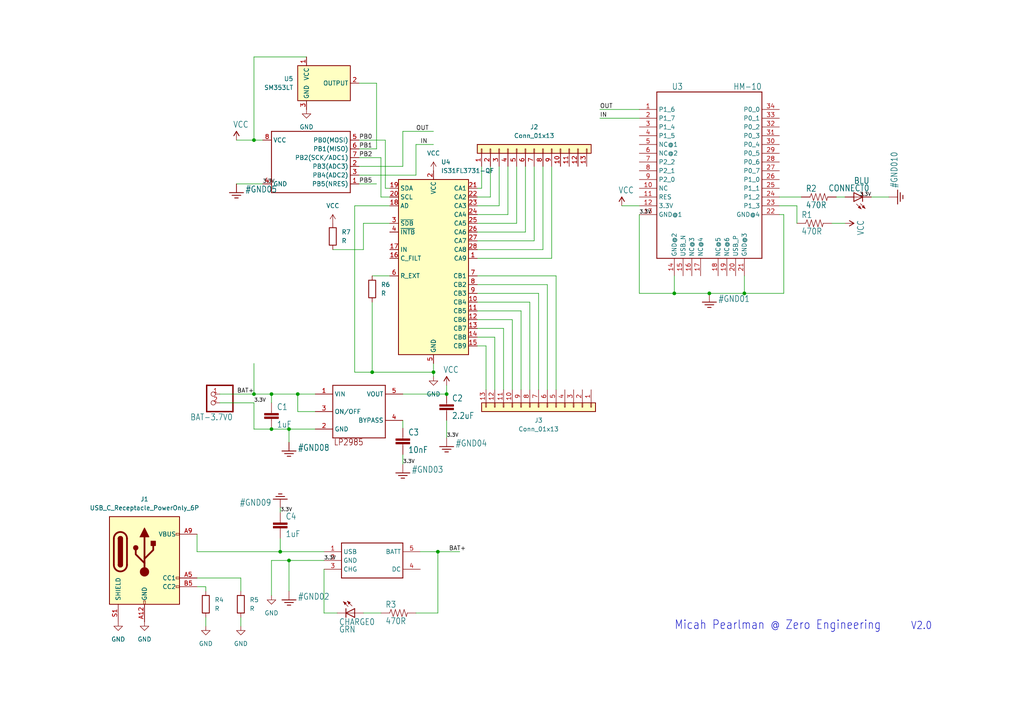
<source format=kicad_sch>
(kicad_sch (version 20230121) (generator eeschema)
  (paper "A4")
  (lib_symbols
    (symbol "Connector:USB_C_Receptacle_PowerOnly_6P" (pin_names (offset 1.016))
      (property "Reference" "J" (at 0 16.51 0))
      (property "Value" "USB_C_Receptacle_PowerOnly_6P" (at 0 13.97 0))
      (symbol "USB_C_Receptacle_PowerOnly_6P_0_0"
        (rectangle (start -0.254 -12.7) (end 0.254 -11.684))
        (rectangle (start 10.16 -7.366) (end 9.144 -7.874))
        (rectangle (start 10.16 -4.826) (end 9.144 -5.334))
        (rectangle (start 10.16 7.874) (end 9.144 7.366))
      )
      (symbol "USB_C_Receptacle_PowerOnly_6P_0_1"
        (rectangle (start -10.16 12.7) (end 10.16 -12.7) (stroke (width 0.254)) (fill (type background)))
        (arc (start -8.89 -1.27) (mid -6.985 -3.1667) (end -5.08 -1.27) (stroke (width 0.508)))
        (arc (start -7.62 -1.27) (mid -6.985 -1.9023) (end -6.35 -1.27) (stroke (width 0.254)))
        (arc (start -7.62 -1.27) (mid -6.985 -1.9023) (end -6.35 -1.27) (stroke (width 0.254)) (fill (type outline)))
        (rectangle (start -7.62 -1.27) (end -6.35 6.35) (stroke (width 0.254)) (fill (type outline)))
        (arc (start -6.35 6.35) (mid -6.985 6.9823) (end -7.62 6.35) (stroke (width 0.254)))
        (arc (start -6.35 6.35) (mid -6.985 6.9823) (end -7.62 6.35) (stroke (width 0.254)) (fill (type outline)))
        (arc (start -5.08 6.35) (mid -6.985 8.2467) (end -8.89 6.35) (stroke (width 0.508)))
        (circle (center -2.54 3.683) (radius 0.635) (stroke (width 0.254)) (fill (type outline)))
        (circle (center 0 -3.302) (radius 1.27) (fill (type outline)))
        (polyline (pts (xy -8.89 -1.27) (xy -8.89 6.35)) (stroke (width 0.508)))
        (polyline (pts (xy -5.08 6.35) (xy -5.08 -1.27)) (stroke (width 0.508)))
        (polyline (pts (xy 0 -3.302) (xy 0 6.858)) (stroke (width 0.508)))
        (polyline (pts (xy 0 -0.762) (xy -2.54 1.778) (xy -2.54 3.048)) (stroke (width 0.508)))
        (polyline (pts (xy 0 0.508) (xy 2.54 3.048) (xy 2.54 4.318)) (stroke (width 0.508)))
        (polyline (pts (xy -1.27 6.858) (xy 0 9.398) (xy 1.27 6.858) (xy -1.27 6.858)) (stroke (width 0.254)) (fill (type outline)))
        (rectangle (start 1.905 4.318) (end 3.175 5.588) (stroke (width 0.254)) (fill (type outline)))
      )
      (symbol "USB_C_Receptacle_PowerOnly_6P_1_1"
        (pin passive line (at 0 -17.78 90) (length 5.08) (name "GND") (number "A12"))
        (pin bidirectional line (at 15.24 -5.08 180) (length 5.08) (name "CC1") (number "A5"))
        (pin passive line (at 15.24 7.62 180) (length 5.08) (name "VBUS") (number "A9"))
        (pin passive line (at 0 -17.78 90) (length 5.08) hide (name "GND") (number "B12"))
        (pin bidirectional line (at 15.24 -7.62 180) (length 5.08) (name "CC2") (number "B5"))
        (pin passive line (at 15.24 7.62 180) (length 5.08) hide (name "VBUS") (number "B9"))
        (pin passive line (at -7.62 -17.78 90) (length 5.08) (name "SHIELD") (number "S1"))
      )
    )
    (symbol "Connector_Generic:Conn_01x13" (pin_names (offset 1.016) hide)
      (property "Reference" "J" (at 0 17.78 0))
      (property "Value" "Conn_01x13" (at 0 -17.78 0))
      (symbol "Conn_01x13_1_1"
        (rectangle (start -1.27 -15.113) (end 0 -15.367) (stroke (width 0.1524)))
        (rectangle (start -1.27 -12.573) (end 0 -12.827) (stroke (width 0.1524)))
        (rectangle (start -1.27 -10.033) (end 0 -10.287) (stroke (width 0.1524)))
        (rectangle (start -1.27 -7.493) (end 0 -7.747) (stroke (width 0.1524)))
        (rectangle (start -1.27 -4.953) (end 0 -5.207) (stroke (width 0.1524)))
        (rectangle (start -1.27 -2.413) (end 0 -2.667) (stroke (width 0.1524)))
        (rectangle (start -1.27 0.127) (end 0 -0.127) (stroke (width 0.1524)))
        (rectangle (start -1.27 2.667) (end 0 2.413) (stroke (width 0.1524)))
        (rectangle (start -1.27 5.207) (end 0 4.953) (stroke (width 0.1524)))
        (rectangle (start -1.27 7.747) (end 0 7.493) (stroke (width 0.1524)))
        (rectangle (start -1.27 10.287) (end 0 10.033) (stroke (width 0.1524)))
        (rectangle (start -1.27 12.827) (end 0 12.573) (stroke (width 0.1524)))
        (rectangle (start -1.27 15.367) (end 0 15.113) (stroke (width 0.1524)))
        (rectangle (start -1.27 16.51) (end 1.27 -16.51) (stroke (width 0.254)) (fill (type background)))
        (pin passive line (at -5.08 15.24 0) (length 3.81) (name "Pin_1") (number "1"))
        (pin passive line (at -5.08 -7.62 0) (length 3.81) (name "Pin_10") (number "10"))
        (pin passive line (at -5.08 -10.16 0) (length 3.81) (name "Pin_11") (number "11"))
        (pin passive line (at -5.08 -12.7 0) (length 3.81) (name "Pin_12") (number "12"))
        (pin passive line (at -5.08 -15.24 0) (length 3.81) (name "Pin_13") (number "13"))
        (pin passive line (at -5.08 12.7 0) (length 3.81) (name "Pin_2") (number "2"))
        (pin passive line (at -5.08 10.16 0) (length 3.81) (name "Pin_3") (number "3"))
        (pin passive line (at -5.08 7.62 0) (length 3.81) (name "Pin_4") (number "4"))
        (pin passive line (at -5.08 5.08 0) (length 3.81) (name "Pin_5") (number "5"))
        (pin passive line (at -5.08 2.54 0) (length 3.81) (name "Pin_6") (number "6"))
        (pin passive line (at -5.08 0 0) (length 3.81) (name "Pin_7") (number "7"))
        (pin passive line (at -5.08 -2.54 0) (length 3.81) (name "Pin_8") (number "8"))
        (pin passive line (at -5.08 -5.08 0) (length 3.81) (name "Pin_9") (number "9"))
      )
    )
    (symbol "Device:R" (pin_numbers hide) (pin_names (offset 0))
      (property "Reference" "R" (at 2.032 0 90))
      (property "Value" "R" (at 0 0 90))
      (symbol "R_0_1"
        (rectangle (start -1.016 -2.54) (end 1.016 2.54) (stroke (width 0.254)))
      )
      (symbol "R_1_1"
        (pin passive line (at 0 3.81 270) (length 1.27) (name "~") (number "1"))
        (pin passive line (at 0 -3.81 90) (length 1.27) (name "~") (number "2"))
      )
    )
    (symbol "Driver_LED:IS31FL3731-QF"
      (property "Reference" "U" (at -10.16 26.035 0))
      (property "Value" "IS31FL3731-QF" (at 2.54 -26.035 0))
      (symbol "IS31FL3731-QF_0_1"
        (rectangle (start -10.16 25.4) (end 10.16 -25.4) (stroke (width 0.254)) (fill (type background)))
      )
      (symbol "IS31FL3731-QF_1_1"
        (pin bidirectional line (at 12.7 2.54 180) (length 2.54) (name "CA9") (number "1"))
        (pin bidirectional line (at 12.7 -10.16 180) (length 2.54) (name "CB4") (number "10"))
        (pin bidirectional line (at 12.7 -12.7 180) (length 2.54) (name "CB5") (number "11"))
        (pin bidirectional line (at 12.7 -15.24 180) (length 2.54) (name "CB6") (number "12"))
        (pin bidirectional line (at 12.7 -17.78 180) (length 2.54) (name "CB7") (number "13"))
        (pin bidirectional line (at 12.7 -20.32 180) (length 2.54) (name "CB8") (number "14"))
        (pin bidirectional line (at 12.7 -22.86 180) (length 2.54) (name "CB9") (number "15"))
        (pin passive line (at -12.7 2.54 0) (length 2.54) (name "C_FILT") (number "16"))
        (pin input line (at -12.7 5.08 0) (length 2.54) (name "IN") (number "17"))
        (pin input line (at -12.7 17.78 0) (length 2.54) (name "AD") (number "18"))
        (pin bidirectional line (at -12.7 22.86 0) (length 2.54) (name "SDA") (number "19"))
        (pin power_in line (at 0 27.94 270) (length 2.54) (name "VCC") (number "2"))
        (pin input line (at -12.7 20.32 0) (length 2.54) (name "SCL") (number "20"))
        (pin bidirectional line (at 12.7 22.86 180) (length 2.54) (name "CA1") (number "21"))
        (pin bidirectional line (at 12.7 20.32 180) (length 2.54) (name "CA2") (number "22"))
        (pin bidirectional line (at 12.7 17.78 180) (length 2.54) (name "CA3") (number "23"))
        (pin bidirectional line (at 12.7 15.24 180) (length 2.54) (name "CA4") (number "24"))
        (pin bidirectional line (at 12.7 12.7 180) (length 2.54) (name "CA5") (number "25"))
        (pin bidirectional line (at 12.7 10.16 180) (length 2.54) (name "CA6") (number "26"))
        (pin bidirectional line (at 12.7 7.62 180) (length 2.54) (name "CA7") (number "27"))
        (pin bidirectional line (at 12.7 5.08 180) (length 2.54) (name "CA8") (number "28"))
        (pin passive line (at 0 -27.94 90) (length 2.54) hide (name "GND") (number "29"))
        (pin input line (at -12.7 12.7 0) (length 2.54) (name "~{SDB}") (number "3"))
        (pin open_collector line (at -12.7 10.16 0) (length 2.54) (name "~{INTB}") (number "4"))
        (pin power_in line (at 0 -27.94 90) (length 2.54) (name "GND") (number "5"))
        (pin passive line (at -12.7 -2.54 0) (length 2.54) (name "R_EXT") (number "6"))
        (pin bidirectional line (at 12.7 -2.54 180) (length 2.54) (name "CB1") (number "7"))
        (pin bidirectional line (at 12.7 -5.08 180) (length 2.54) (name "CB2") (number "8"))
        (pin bidirectional line (at 12.7 -7.62 180) (length 2.54) (name "CB3") (number "9"))
      )
    )
    (symbol "Sensor_Magnetic:SM353LT"
      (property "Reference" "U" (at 5.08 8.89 0))
      (property "Value" "SM353LT" (at 2.54 6.35 0))
      (symbol "SM353LT_0_1"
        (rectangle (start 7.62 5.08) (end -7.62 -5.08) (stroke (width 0.254)) (fill (type background)))
      )
      (symbol "SM353LT_1_1"
        (pin power_in line (at -5.08 7.62 270) (length 2.54) (name "VCC") (number "1"))
        (pin output line (at 10.16 0 180) (length 2.54) (name "OUTPUT") (number "2"))
        (pin power_in line (at -5.08 -7.62 90) (length 2.54) (name "GND") (number "3"))
      )
    )
    (symbol "power:GND" (power) (pin_names (offset 0))
      (property "Value" "GND" (at 0 -3.81 0))
      (symbol "GND_0_1"
        (polyline (pts (xy 0 0) (xy 0 -1.27) (xy 1.27 -1.27) (xy 0 -2.54) (xy -1.27 -1.27) (xy 0 -1.27)))
      )
      (symbol "GND_1_1"
        (pin power_in line (at 0 0 270) (length 0) hide (name "GND") (number "1"))
      )
    )
    (symbol "power:VCC" (power) (pin_names (offset 0))
      (property "Value" "VCC" (at 0 3.81 0))
      (symbol "VCC_0_1"
        (polyline (pts (xy -0.762 1.27) (xy 0 2.54)))
        (polyline (pts (xy 0 0) (xy 0 2.54)))
        (polyline (pts (xy 0 2.54) (xy 0.762 1.27)))
      )
      (symbol "VCC_1_1"
        (pin power_in line (at 0 0 90) (length 0) hide (name "VCC") (number "1"))
      )
    )
    (symbol "zero-tiny-ble-eagle-import:0.3OHM-1/8W-1%(0805)"
      (property "Reference" "R" (at -3.81 1.4986 0))
      (symbol "0.3OHM-1/8W-1%(0805)_1_0"
        (polyline (pts (xy -2.54 0) (xy -2.159 1.016)) (stroke (width 0.1524)))
        (polyline (pts (xy -2.159 1.016) (xy -1.524 -1.016)) (stroke (width 0.1524)))
        (polyline (pts (xy -1.524 -1.016) (xy -0.889 1.016)) (stroke (width 0.1524)))
        (polyline (pts (xy -0.889 1.016) (xy -0.254 -1.016)) (stroke (width 0.1524)))
        (polyline (pts (xy -0.254 -1.016) (xy 0.381 1.016)) (stroke (width 0.1524)))
        (polyline (pts (xy 0.381 1.016) (xy 1.016 -1.016)) (stroke (width 0.1524)))
        (polyline (pts (xy 1.016 -1.016) (xy 1.651 1.016)) (stroke (width 0.1524)))
        (polyline (pts (xy 1.651 1.016) (xy 2.286 -1.016)) (stroke (width 0.1524)))
        (polyline (pts (xy 2.286 -1.016) (xy 2.54 0)) (stroke (width 0.1524)))
        (pin passive line (at -5.08 0 0) (length 2.54) (name "1") (number "1"))
        (pin passive line (at 5.08 0 180) (length 2.54) (name "2") (number "2"))
      )
    )
    (symbol "zero-tiny-ble-eagle-import:1UF-25V-10%(0805)"
      (property "Reference" "C" (at 1.524 2.921 0))
      (symbol "1UF-25V-10%(0805)_1_0"
        (rectangle (start -2.032 0.508) (end 2.032 1.016) (fill (type outline)))
        (rectangle (start -2.032 1.524) (end 2.032 2.032) (fill (type outline)))
        (polyline (pts (xy 0 0) (xy 0 0.508)) (stroke (width 0.1524)))
        (polyline (pts (xy 0 2.54) (xy 0 2.032)) (stroke (width 0.1524)))
        (pin passive line (at 0 5.08 270) (length 2.54) (name "1") (number "1"))
        (pin passive line (at 0 -2.54 90) (length 2.54) (name "2") (number "2"))
      )
    )
    (symbol "zero-tiny-ble-eagle-import:2.2UF-25V-+80/-20(0805)"
      (property "Reference" "C" (at 1.524 2.921 0))
      (symbol "2.2UF-25V-+80/-20(0805)_1_0"
        (rectangle (start -2.032 0.508) (end 2.032 1.016) (fill (type outline)))
        (rectangle (start -2.032 1.524) (end 2.032 2.032) (fill (type outline)))
        (polyline (pts (xy 0 0) (xy 0 0.508)) (stroke (width 0.1524)))
        (polyline (pts (xy 0 2.54) (xy 0 2.032)) (stroke (width 0.1524)))
        (pin passive line (at 0 5.08 270) (length 2.54) (name "1") (number "1"))
        (pin passive line (at 0 -2.54 90) (length 2.54) (name "2") (number "2"))
      )
    )
    (symbol "zero-tiny-ble-eagle-import:ATTINY45TINY85-20-DIP"
      (symbol "ATTINY45TINY85-20-DIP_1_0"
        (polyline (pts (xy -12.7 -7.62) (xy -12.7 10.16)) (stroke (width 0.254)))
        (polyline (pts (xy -12.7 10.16) (xy 10.16 10.16)) (stroke (width 0.254)))
        (polyline (pts (xy 10.16 -7.62) (xy -12.7 -7.62)) (stroke (width 0.254)))
        (polyline (pts (xy 10.16 10.16) (xy 10.16 -7.62)) (stroke (width 0.254)))
        (pin bidirectional line (at 12.7 -5.08 180) (length 2.54) (name "PB5(NRES)") (number "1"))
        (pin bidirectional line (at 12.7 0 180) (length 2.54) (name "PB3(ADC3)") (number "2"))
        (pin bidirectional line (at 12.7 -2.54 180) (length 2.54) (name "PB4(ADC2)") (number "3"))
        (pin bidirectional line (at -15.24 -5.08 0) (length 2.54) (name "GND") (number "4"))
        (pin bidirectional line (at 12.7 7.62 180) (length 2.54) (name "PB0(MOSI)") (number "5"))
        (pin bidirectional line (at 12.7 5.08 180) (length 2.54) (name "PB1(MISO)") (number "6"))
        (pin bidirectional line (at 12.7 2.54 180) (length 2.54) (name "PB2(SCK/ADC1)") (number "7"))
        (pin bidirectional line (at -15.24 7.62 0) (length 2.54) (name "VCC") (number "8"))
      )
    )
    (symbol "zero-tiny-ble-eagle-import:CAP0805"
      (property "Reference" "C" (at 1.524 2.921 0))
      (symbol "CAP0805_1_0"
        (rectangle (start -2.032 0.508) (end 2.032 1.016) (fill (type outline)))
        (rectangle (start -2.032 1.524) (end 2.032 2.032) (fill (type outline)))
        (polyline (pts (xy 0 0) (xy 0 0.508)) (stroke (width 0.1524)))
        (polyline (pts (xy 0 2.54) (xy 0 2.032)) (stroke (width 0.1524)))
        (pin passive line (at 0 5.08 270) (length 2.54) (name "1") (number "1"))
        (pin passive line (at 0 -2.54 90) (length 2.54) (name "2") (number "2"))
      )
    )
    (symbol "zero-tiny-ble-eagle-import:GND2" (power)
      (property "Reference" "#GND" (at 2.54 0 0))
      (symbol "GND2_1_0"
        (polyline (pts (xy -2.032 0) (xy 2.032 0)) (stroke (width 0.254)))
        (polyline (pts (xy -1.27 -0.762) (xy 1.27 -0.762)) (stroke (width 0.254)))
        (polyline (pts (xy -0.508 -1.524) (xy 0.508 -1.524)) (stroke (width 0.254)))
        (pin power_in line (at 0 2.54 270) (length 2.54) (name "3.3V") (number "1"))
      )
    )
    (symbol "zero-tiny-ble-eagle-import:HM-10"
      (property "Reference" "U" (at -7.62 30.48 0))
      (symbol "HM-10_1_0"
        (polyline (pts (xy -15.24 -20.32) (xy -15.24 27.94)) (stroke (width 0.254)))
        (polyline (pts (xy -15.24 27.94) (xy 15.24 27.94)) (stroke (width 0.254)))
        (polyline (pts (xy 15.24 -20.32) (xy -15.24 -20.32)) (stroke (width 0.254)))
        (polyline (pts (xy 15.24 27.94) (xy 15.24 -20.32)) (stroke (width 0.254)))
        (pin bidirectional line (at -20.32 22.86 0) (length 5.08) (name "P1_6") (number "1"))
        (pin bidirectional line (at -20.32 0 0) (length 5.08) (name "NC") (number "10"))
        (pin bidirectional line (at -20.32 -2.54 0) (length 5.08) (name "RES") (number "11"))
        (pin bidirectional line (at -20.32 -5.08 0) (length 5.08) (name "3.3V") (number "12"))
        (pin bidirectional line (at -20.32 -7.62 0) (length 5.08) (name "GND@1") (number "13"))
        (pin bidirectional line (at -10.16 -25.4 90) (length 5.08) (name "GND@2") (number "14"))
        (pin bidirectional line (at -7.62 -25.4 90) (length 5.08) (name "USB_N") (number "15"))
        (pin bidirectional line (at -5.08 -25.4 90) (length 5.08) (name "NC@3") (number "16"))
        (pin bidirectional line (at -2.54 -25.4 90) (length 5.08) (name "NC@4") (number "17"))
        (pin bidirectional line (at 2.54 -25.4 90) (length 5.08) (name "NC@5") (number "18"))
        (pin bidirectional line (at 5.08 -25.4 90) (length 5.08) (name "NC@6") (number "19"))
        (pin bidirectional line (at -20.32 20.32 0) (length 5.08) (name "P1_7") (number "2"))
        (pin bidirectional line (at 7.62 -25.4 90) (length 5.08) (name "USB_P") (number "20"))
        (pin bidirectional line (at 10.16 -25.4 90) (length 5.08) (name "GND@3") (number "21"))
        (pin bidirectional line (at 20.32 -7.62 180) (length 5.08) (name "GND@4") (number "22"))
        (pin bidirectional line (at 20.32 -5.08 180) (length 5.08) (name "P1_3") (number "23"))
        (pin bidirectional line (at 20.32 -2.54 180) (length 5.08) (name "P1_2") (number "24"))
        (pin bidirectional line (at 20.32 0 180) (length 5.08) (name "P1_1") (number "25"))
        (pin bidirectional line (at 20.32 2.54 180) (length 5.08) (name "P1_0") (number "26"))
        (pin bidirectional line (at 20.32 5.08 180) (length 5.08) (name "P0_7") (number "27"))
        (pin bidirectional line (at 20.32 7.62 180) (length 5.08) (name "P0_6") (number "28"))
        (pin bidirectional line (at 20.32 10.16 180) (length 5.08) (name "P0_5") (number "29"))
        (pin bidirectional line (at -20.32 17.78 0) (length 5.08) (name "P1_4") (number "3"))
        (pin bidirectional line (at 20.32 12.7 180) (length 5.08) (name "P0_4") (number "30"))
        (pin bidirectional line (at 20.32 15.24 180) (length 5.08) (name "P0_3") (number "31"))
        (pin bidirectional line (at 20.32 17.78 180) (length 5.08) (name "P0_2") (number "32"))
        (pin bidirectional line (at 20.32 20.32 180) (length 5.08) (name "P0_1") (number "33"))
        (pin bidirectional line (at 20.32 22.86 180) (length 5.08) (name "P0_0") (number "34"))
        (pin bidirectional line (at -20.32 15.24 0) (length 5.08) (name "P1_5") (number "4"))
        (pin bidirectional line (at -20.32 12.7 0) (length 5.08) (name "NC@1") (number "5"))
        (pin bidirectional line (at -20.32 10.16 0) (length 5.08) (name "NC@2") (number "6"))
        (pin bidirectional line (at -20.32 7.62 0) (length 5.08) (name "P2_2") (number "7"))
        (pin bidirectional line (at -20.32 5.08 0) (length 5.08) (name "P2_1") (number "8"))
        (pin bidirectional line (at -20.32 2.54 0) (length 5.08) (name "P2_0") (number "9"))
      )
    )
    (symbol "zero-tiny-ble-eagle-import:JST_2PIN-THM"
      (property "Reference" "CN" (at -6.35 5.715 0))
      (symbol "JST_2PIN-THM_1_0"
        (polyline (pts (xy -6.35 -2.54) (xy 1.27 -2.54)) (stroke (width 0.4064)))
        (polyline (pts (xy -6.35 5.08) (xy -6.35 -2.54)) (stroke (width 0.4064)))
        (polyline (pts (xy 1.27 -2.54) (xy 1.27 5.08)) (stroke (width 0.4064)))
        (polyline (pts (xy 1.27 5.08) (xy -6.35 5.08)) (stroke (width 0.4064)))
        (pin passive inverted (at -2.54 0 0) (length 2.54) (name "2") (number "1"))
        (pin passive inverted (at -2.54 2.54 0) (length 2.54) (name "1") (number "2"))
      )
    )
    (symbol "zero-tiny-ble-eagle-import:LEDCHIPLED_0805"
      (property "Reference" "LED" (at 3.556 -4.572 90))
      (symbol "LEDCHIPLED_0805_1_0"
        (polyline (pts (xy -2.032 -0.762) (xy -3.429 -2.159)) (stroke (width 0.1524)))
        (polyline (pts (xy -1.905 -1.905) (xy -3.302 -3.302)) (stroke (width 0.1524)))
        (polyline (pts (xy 0 -2.54) (xy -1.27 -2.54)) (stroke (width 0.254)))
        (polyline (pts (xy 0 -2.54) (xy -1.27 0)) (stroke (width 0.254)))
        (polyline (pts (xy 0 0) (xy -1.27 0)) (stroke (width 0.254)))
        (polyline (pts (xy 0 0) (xy 0 -2.54)) (stroke (width 0.1524)))
        (polyline (pts (xy 1.27 -2.54) (xy 0 -2.54)) (stroke (width 0.254)))
        (polyline (pts (xy 1.27 0) (xy 0 -2.54)) (stroke (width 0.254)))
        (polyline (pts (xy 1.27 0) (xy 0 0)) (stroke (width 0.254)))
        (polyline (pts (xy -3.429 -2.159) (xy -3.048 -1.27) (xy -2.54 -1.778)) (stroke (width 0.1524)) (fill (type outline)))
        (polyline (pts (xy -3.302 -3.302) (xy -2.921 -2.413) (xy -2.413 -2.921)) (stroke (width 0.1524)) (fill (type outline)))
        (pin passive line (at 0 2.54 270) (length 2.54) (name "A") (number "A"))
        (pin passive line (at 0 -5.08 90) (length 2.54) (name "C") (number "C"))
      )
    )
    (symbol "zero-tiny-ble-eagle-import:LP2985AIM5-3.3"
      (symbol "LP2985AIM5-3.3_1_0"
        (polyline (pts (xy -7.62 -7.62) (xy -7.62 7.62)) (stroke (width 0.254)))
        (polyline (pts (xy -7.62 7.62) (xy 7.62 7.62)) (stroke (width 0.254)))
        (polyline (pts (xy 7.62 -7.62) (xy -7.62 -7.62)) (stroke (width 0.254)))
        (polyline (pts (xy 7.62 7.62) (xy 7.62 -7.62)) (stroke (width 0.254)))
        (text "LP2985" (at -7.366 -9.906 0) (effects (font (size 1.778 1.5113)) (justify left bottom)))
        (pin power_in line (at -12.7 5.08 0) (length 5.08) (name "VIN") (number "1"))
        (pin power_in line (at -12.7 -5.08 0) (length 5.08) (name "GND") (number "2"))
        (pin input line (at -12.7 0 0) (length 5.08) (name "ON/OFF") (number "3"))
        (pin power_in line (at 12.7 -2.54 180) (length 5.08) (name "BYPASS") (number "4"))
        (pin power_in line (at 12.7 5.08 180) (length 5.08) (name "VOUT") (number "5"))
      )
    )
    (symbol "zero-tiny-ble-eagle-import:MAX1555"
      (symbol "MAX1555_1_0"
        (polyline (pts (xy -10.16 -5.08) (xy 7.62 -5.08)) (stroke (width 0.254)))
        (polyline (pts (xy -10.16 5.08) (xy -10.16 -5.08)) (stroke (width 0.254)))
        (polyline (pts (xy 7.62 -5.08) (xy 7.62 5.08)) (stroke (width 0.254)))
        (polyline (pts (xy 7.62 5.08) (xy -10.16 5.08)) (stroke (width 0.254)))
        (pin bidirectional line (at -15.24 2.54 0) (length 5.08) (name "USB") (number "1"))
        (pin bidirectional line (at -15.24 0 0) (length 5.08) (name "GND") (number "2"))
        (pin bidirectional line (at -15.24 -2.54 0) (length 5.08) (name "CHG") (number "3"))
        (pin bidirectional line (at 12.7 -2.54 180) (length 5.08) (name "DC") (number "4"))
        (pin bidirectional line (at 12.7 2.54 180) (length 5.08) (name "BATT") (number "5"))
      )
    )
    (symbol "zero-tiny-ble-eagle-import:VCC" (power)
      (property "Value" "VCC" (at -1.016 3.556 0))
      (symbol "VCC_1_0"
        (polyline (pts (xy 0 2.54) (xy -0.762 1.27)) (stroke (width 0.254)))
        (polyline (pts (xy 0.762 1.27) (xy 0 2.54)) (stroke (width 0.254)))
        (pin power_in line (at 0 0 90) (length 2.54) (name "VCC") (number "1"))
      )
    )
  )
  (junction (at 86.36 114.3))
  (junction (at 107.95 107.95))
  (junction (at 78.74 114.3))
  (junction (at 83.82 162.56))
  (junction (at 129.54 114.3))
  (junction (at 125.73 107.95))
  (junction (at 205.74 85.09))
  (junction (at 215.9 85.09))
  (junction (at 195.58 85.09))
  (junction (at 78.74 124.46))
  (junction (at 73.66 114.3))
  (junction (at 81.28 160.02))
  (junction (at 83.82 124.46))
  (junction (at 73.66 40.64))
  (junction (at 127 160.02))
  (wire (pts (xy 156.21 85.09) (xy 156.21 113.03)))
  (wire (pts (xy 127 160.02) (xy 133.35 160.02)) (stroke (width 0.1524)))
  (wire (pts (xy 81.28 160.02) (xy 81.28 156.21)) (stroke (width 0.1524)))
  (wire (pts (xy 78.74 114.3) (xy 86.36 114.3)) (stroke (width 0.1524)))
  (wire (pts (xy 104.14 40.64) (xy 111.76 40.64)) (stroke (width 0.1524)))
  (wire (pts (xy 154.94 69.85) (xy 154.94 48.26)))
  (wire (pts (xy 78.74 116.84) (xy 78.74 114.3)) (stroke (width 0.1524)))
  (wire (pts (xy 93.98 162.56) (xy 83.82 162.56)) (stroke (width 0.1524)))
  (wire (pts (xy 73.66 124.46) (xy 78.74 124.46)) (stroke (width 0.1524)))
  (wire (pts (xy 185.42 85.09) (xy 195.58 85.09)) (stroke (width 0.1524)))
  (wire (pts (xy 227.33 62.23) (xy 226.06 62.23)) (stroke (width 0.1524)))
  (wire (pts (xy 138.43 64.77) (xy 149.86 64.77)))
  (wire (pts (xy 252.73 57.15) (xy 257.81 57.15)) (stroke (width 0.1524)))
  (wire (pts (xy 149.86 64.77) (xy 149.86 48.26)))
  (wire (pts (xy 76.2 40.64) (xy 73.66 40.64)) (stroke (width 0.1524)))
  (wire (pts (xy 83.82 124.46) (xy 83.82 128.27)) (stroke (width 0.1524)))
  (wire (pts (xy 148.59 92.71) (xy 148.59 113.03)))
  (wire (pts (xy 104.14 53.34) (xy 109.22 53.34)) (stroke (width 0.1524)))
  (wire (pts (xy 138.43 80.01) (xy 161.29 80.01)))
  (wire (pts (xy 93.98 177.8) (xy 97.79 177.8)) (stroke (width 0.1524)))
  (wire (pts (xy 109.22 43.18) (xy 109.22 24.13)) (stroke (width 0.1524)))
  (wire (pts (xy 158.75 82.55) (xy 158.75 113.03)))
  (wire (pts (xy 57.15 170.18) (xy 59.69 170.18)))
  (wire (pts (xy 104.14 48.26) (xy 116.84 48.26)) (stroke (width 0.1524)))
  (wire (pts (xy 215.9 85.09) (xy 227.33 85.09)) (stroke (width 0.1524)))
  (wire (pts (xy 138.43 90.17) (xy 151.13 90.17)))
  (wire (pts (xy 110.49 57.15) (xy 113.03 57.15)) (stroke (width 0.1524)))
  (wire (pts (xy 107.95 80.01) (xy 113.03 80.01)))
  (wire (pts (xy 57.15 160.02) (xy 81.28 160.02)) (stroke (width 0.1524)))
  (wire (pts (xy 116.84 124.206) (xy 116.84 121.92)) (stroke (width 0.1524)))
  (wire (pts (xy 111.76 54.61) (xy 113.03 54.61)) (stroke (width 0.1524)))
  (wire (pts (xy 63.754 116.84) (xy 73.66 116.84)) (stroke (width 0.1524)))
  (wire (pts (xy 125.73 107.95) (xy 125.73 105.41)))
  (wire (pts (xy 138.43 54.61) (xy 139.7 54.61)))
  (wire (pts (xy 138.43 100.33) (xy 140.97 100.33)))
  (wire (pts (xy 76.2 53.34) (xy 68.58 53.34)) (stroke (width 0.1524)))
  (wire (pts (xy 185.42 62.23) (xy 185.42 85.09)) (stroke (width 0.1524)))
  (wire (pts (xy 127 177.8) (xy 127 160.02)) (stroke (width 0.1524)))
  (wire (pts (xy 138.43 74.93) (xy 160.02 74.93)))
  (wire (pts (xy 69.85 167.64) (xy 69.85 171.45)))
  (wire (pts (xy 109.22 24.13) (xy 104.14 24.13)) (stroke (width 0.1524)))
  (wire (pts (xy 102.87 107.95) (xy 107.95 107.95)))
  (wire (pts (xy 152.4 67.31) (xy 152.4 48.26)))
  (wire (pts (xy 215.9 80.01) (xy 215.9 85.09)) (stroke (width 0.1524)))
  (wire (pts (xy 116.84 38.1) (xy 125.73 38.1)) (stroke (width 0.1524)))
  (wire (pts (xy 86.36 114.3) (xy 91.44 114.3)) (stroke (width 0.1524)))
  (wire (pts (xy 73.66 114.3) (xy 78.74 114.3)) (stroke (width 0.1524)))
  (wire (pts (xy 105.41 177.8) (xy 110.49 177.8)) (stroke (width 0.1524)))
  (wire (pts (xy 93.98 165.1) (xy 93.98 177.8)) (stroke (width 0.1524)))
  (wire (pts (xy 138.43 82.55) (xy 158.75 82.55)))
  (wire (pts (xy 121.92 160.02) (xy 127 160.02)) (stroke (width 0.1524)))
  (wire (pts (xy 81.28 160.02) (xy 93.98 160.02)) (stroke (width 0.1524)))
  (wire (pts (xy 231.14 59.69) (xy 231.14 64.77)) (stroke (width 0.1524)))
  (wire (pts (xy 161.29 80.01) (xy 161.29 113.03)))
  (wire (pts (xy 107.95 107.95) (xy 125.73 107.95)))
  (wire (pts (xy 242.57 57.15) (xy 245.11 57.15)) (stroke (width 0.1524)))
  (wire (pts (xy 113.03 64.77) (xy 105.41 64.77)))
  (wire (pts (xy 140.97 100.33) (xy 140.97 113.03)))
  (wire (pts (xy 107.95 87.63) (xy 107.95 107.95)))
  (wire (pts (xy 57.15 167.64) (xy 69.85 167.64)))
  (wire (pts (xy 120.65 177.8) (xy 127 177.8)) (stroke (width 0.1524)))
  (wire (pts (xy 226.06 57.15) (xy 232.41 57.15)) (stroke (width 0.1524)))
  (wire (pts (xy 116.84 48.26) (xy 116.84 38.1)) (stroke (width 0.1524)))
  (wire (pts (xy 157.48 72.39) (xy 157.48 48.26)))
  (wire (pts (xy 138.43 62.23) (xy 147.32 62.23)))
  (wire (pts (xy 113.03 59.69) (xy 102.87 59.69)))
  (wire (pts (xy 129.54 127) (xy 129.54 121.92)) (stroke (width 0.1524)))
  (wire (pts (xy 120.65 41.91) (xy 125.73 41.91)) (stroke (width 0.1524)))
  (wire (pts (xy 146.05 95.25) (xy 146.05 113.03)))
  (wire (pts (xy 195.58 85.09) (xy 205.74 85.09)) (stroke (width 0.1524)))
  (wire (pts (xy 227.33 85.09) (xy 227.33 62.23)) (stroke (width 0.1524)))
  (wire (pts (xy 102.87 59.69) (xy 102.87 107.95)))
  (wire (pts (xy 153.67 113.03) (xy 153.67 87.63)))
  (wire (pts (xy 73.66 40.64) (xy 73.66 16.51)) (stroke (width 0.1524)))
  (wire (pts (xy 104.14 45.72) (xy 110.49 45.72)) (stroke (width 0.1524)))
  (wire (pts (xy 78.74 162.56) (xy 83.82 162.56)))
  (wire (pts (xy 226.06 59.69) (xy 231.14 59.69)) (stroke (width 0.1524)))
  (wire (pts (xy 138.43 95.25) (xy 146.05 95.25)))
  (wire (pts (xy 78.74 124.46) (xy 83.82 124.46)) (stroke (width 0.1524)))
  (wire (pts (xy 73.66 114.3) (xy 73.66 105.41)) (stroke (width 0.1524)))
  (wire (pts (xy 138.43 59.69) (xy 144.78 59.69)))
  (wire (pts (xy 83.82 162.56) (xy 83.82 171.45)) (stroke (width 0.1524)))
  (wire (pts (xy 73.66 16.51) (xy 88.9 16.51)) (stroke (width 0.1524)))
  (wire (pts (xy 185.42 34.29) (xy 173.99 34.29)) (stroke (width 0.1524)))
  (wire (pts (xy 105.41 64.77) (xy 105.41 72.39)))
  (wire (pts (xy 185.42 59.69) (xy 180.34 59.69)) (stroke (width 0.1524)))
  (wire (pts (xy 138.43 69.85) (xy 154.94 69.85)))
  (wire (pts (xy 91.44 119.38) (xy 86.36 119.38)) (stroke (width 0.1524)))
  (wire (pts (xy 151.13 90.17) (xy 151.13 113.03)))
  (wire (pts (xy 138.43 67.31) (xy 152.4 67.31)))
  (wire (pts (xy 143.51 97.79) (xy 143.51 113.03)))
  (wire (pts (xy 138.43 57.15) (xy 142.24 57.15)))
  (wire (pts (xy 104.14 43.18) (xy 109.22 43.18)) (stroke (width 0.1524)))
  (wire (pts (xy 104.14 50.8) (xy 120.65 50.8)) (stroke (width 0.1524)))
  (wire (pts (xy 73.66 40.64) (xy 68.58 40.64)) (stroke (width 0.1524)))
  (wire (pts (xy 160.02 74.93) (xy 160.02 48.26)))
  (wire (pts (xy 147.32 62.23) (xy 147.32 48.26)))
  (wire (pts (xy 73.66 114.3) (xy 63.754 114.3)) (stroke (width 0.1524)))
  (wire (pts (xy 142.24 57.15) (xy 142.24 48.26)))
  (wire (pts (xy 110.49 45.72) (xy 110.49 57.15)) (stroke (width 0.1524)))
  (wire (pts (xy 153.67 87.63) (xy 138.43 87.63)))
  (wire (pts (xy 57.15 154.94) (xy 57.15 160.02)) (stroke (width 0.1524)))
  (wire (pts (xy 69.85 179.07) (xy 69.85 181.61)))
  (wire (pts (xy 129.54 114.3) (xy 129.54 111.76)) (stroke (width 0.1524)))
  (wire (pts (xy 138.43 72.39) (xy 157.48 72.39)))
  (wire (pts (xy 116.84 114.3) (xy 129.54 114.3)) (stroke (width 0.1524)))
  (wire (pts (xy 138.43 85.09) (xy 156.21 85.09)))
  (wire (pts (xy 144.78 59.69) (xy 144.78 48.26)))
  (wire (pts (xy 241.3 64.77) (xy 245.11 64.77)) (stroke (width 0.1524)))
  (wire (pts (xy 138.43 97.79) (xy 143.51 97.79)))
  (wire (pts (xy 205.74 85.09) (xy 215.9 85.09)) (stroke (width 0.1524)))
  (wire (pts (xy 111.76 40.64) (xy 111.76 54.61)) (stroke (width 0.1524)))
  (wire (pts (xy 78.74 172.72) (xy 78.74 162.56)))
  (wire (pts (xy 120.65 50.8) (xy 120.65 41.91)) (stroke (width 0.1524)))
  (wire (pts (xy 195.58 80.01) (xy 195.58 85.09)) (stroke (width 0.1524)))
  (wire (pts (xy 59.69 179.07) (xy 59.69 181.61)))
  (wire (pts (xy 81.28 148.59) (xy 81.28 147.32)) (stroke (width 0.1524)))
  (wire (pts (xy 105.41 72.39) (xy 96.52 72.39)))
  (wire (pts (xy 185.42 31.75) (xy 173.99 31.75)) (stroke (width 0.1524)))
  (wire (pts (xy 59.69 170.18) (xy 59.69 171.45)))
  (wire (pts (xy 125.73 109.22) (xy 125.73 107.95)))
  (wire (pts (xy 86.36 119.38) (xy 86.36 114.3)) (stroke (width 0.1524)))
  (wire (pts (xy 73.66 116.84) (xy 73.66 124.46)) (stroke (width 0.1524)))
  (wire (pts (xy 139.7 48.26) (xy 139.7 54.61)))
  (wire (pts (xy 83.82 124.46) (xy 91.44 124.46)) (stroke (width 0.1524)))
  (wire (pts (xy 138.43 92.71) (xy 148.59 92.71)))
  (wire (pts (xy 116.84 134.62) (xy 116.84 131.826)) (stroke (width 0.1524)))
  (text "Micah Pearlman @ Zero Engineering" (at 195.58 182.88 0) (effects (font (size 2.54 2.159)) (justify left bottom)))
  (text "V2.0" (at 264.16 182.88 0) (effects (font (size 2.1844 1.8567)) (justify left bottom)))
  (label "3.3V" (at 81.28 148.59 0) (effects (font (size 1.016 1.016))))
  (label "3.3V" (at 93.98 162.56 0) (effects (font (size 1.016 1.016))))
  (label "PB2" (at 104.14 45.72 0) (effects (font (size 1.2446 1.2446))))
  (label "3.3V" (at 185.42 62.23 0) (effects (font (size 1.016 1.016))))
  (label "3.3V" (at 116.84 134.62 0) (effects (font (size 1.016 1.016))))
  (label "IN" (at 121.92 41.91 0) (effects (font (size 1.2446 1.2446))))
  (label "3.3V" (at 76.2 53.34 0) (effects (font (size 1.016 1.016))))
  (label "IN" (at 173.99 34.29 0) (effects (font (size 1.2446 1.2446))))
  (label "3.3V" (at 252.73 57.15 180) (effects (font (size 1.016 1.016))))
  (label "3.3V" (at 129.54 127 0) (effects (font (size 1.016 1.016))))
  (label "PB1" (at 104.14 43.18 0) (effects (font (size 1.2446 1.2446))))
  (label "3.3V" (at 73.66 116.84 0) (effects (font (size 1.016 1.016))))
  (label "BAT+" (at 130.175 160.02 0) (effects (font (size 1.2446 1.2446))))
  (label "OUT" (at 120.65 38.1 0) (effects (font (size 1.2446 1.2446))))
  (label "PB0" (at 104.14 40.64 0) (effects (font (size 1.2446 1.2446))))
  (label "BAT+" (at 68.707 114.3 0) (effects (font (size 1.2446 1.2446))))
  (label "OUT" (at 173.99 31.75 0) (effects (font (size 1.2446 1.2446))))
  (label "PB5" (at 104.14 53.34 0) (effects (font (size 1.2446 1.2446))))
  (symbol (lib_id "power:GND") (at 125.73 109.22 0) (unit 1)
    (property "Reference" "#PWR07" (effects hide))
    (property "Value" "GND" (at 125.73 114.3 0))
  )
  (symbol (lib_id "Device:R") (at 69.85 175.26 0) (unit 1)
    (property "Reference" "R5" (at 72.39 173.99 0) (effects (justify left)))
    (property "Value" "R" (at 72.39 176.53 0) (effects (justify left)))
    (property "Footprint" "Resistor_SMD:R_0805_2012Metric" (effects hide))
  )
  (symbol (lib_id "zero-tiny-ble-eagle-import:LEDCHIPLED_0805") (at 247.65 57.15 90) (unit 1)
    (property "Reference" "CONNECT0" (at 252.222 53.594 90) (effects (font (size 1.778 1.5113)) (justify left bottom)))
    (property "Value" "BLU" (at 252.222 51.435 90) (effects (font (size 1.778 1.5113)) (justify left bottom)))
    (property "Footprint" "zero-tiny-ble:CHIPLED_0805" (effects hide))
  )
  (symbol (lib_id "zero-tiny-ble-eagle-import:GND2") (at 205.74 87.63 0) (unit 1)
    (property "Reference" "#GND01" (at 208.28 87.63 0) (effects (font (size 1.778 1.5113)) (justify left bottom)))
    (property "Value" "GND2" (effects hide))
  )
  (symbol (lib_id "zero-tiny-ble-eagle-import:ATTINY45TINY85-20-DIP") (at 91.44 48.26 0) (unit 1)
    (property "Reference" "U2" (effects hide))
    (property "Value" "attiny85" (effects hide))
    (property "Footprint" "zero-tiny-ble:DIP08" (effects hide))
  )
  (symbol (lib_id "zero-tiny-ble-eagle-import:VCC") (at 245.11 64.77 270) (unit 1)
    (property "Reference" "#SUPPLY07" (effects hide))
    (property "Value" "VCC" (at 248.666 63.754 0) (effects (font (size 1.778 1.5113)) (justify left bottom)))
  )
  (symbol (lib_id "zero-tiny-ble-eagle-import:GND2") (at 83.82 173.99 0) (unit 1)
    (property "Reference" "#GND02" (at 86.36 173.99 0) (effects (font (size 1.778 1.5113)) (justify left bottom)))
    (property "Value" "GND2" (effects hide))
  )
  (symbol (lib_id "zero-tiny-ble-eagle-import:GND2") (at 129.54 129.54 0) (unit 1)
    (property "Reference" "#GND04" (at 132.08 129.54 0) (effects (font (size 1.778 1.5113)) (justify left bottom)))
    (property "Value" "GND2" (effects hide))
  )
  (symbol (lib_id "zero-tiny-ble-eagle-import:0.3OHM-1/8W-1%(0805)") (at 237.49 57.15 0) (unit 1)
    (property "Reference" "R2" (at 233.68 55.6514 0) (effects (font (size 1.778 1.5113)) (justify left bottom)))
    (property "Value" "470R" (at 233.68 60.452 0) (effects (font (size 1.778 1.5113)) (justify left bottom)))
    (property "Footprint" "zero-tiny-ble:0805" (effects hide))
  )
  (symbol (lib_id "zero-tiny-ble-eagle-import:GND2") (at 68.58 55.88 0) (unit 1)
    (property "Reference" "#GND05" (at 71.12 55.88 0) (effects (font (size 1.778 1.5113)) (justify left bottom)))
    (property "Value" "GND2" (effects hide))
  )
  (symbol (lib_id "zero-tiny-ble-eagle-import:1UF-25V-10%(0805)") (at 81.28 153.67 0) (unit 1)
    (property "Reference" "C4" (at 82.804 150.749 0) (effects (font (size 1.778 1.5113)) (justify left bottom)))
    (property "Value" "1uF" (at 82.804 155.829 0) (effects (font (size 1.778 1.5113)) (justify left bottom)))
    (property "Footprint" "zero-tiny-ble:0805" (effects hide))
  )
  (symbol (lib_id "power:VCC") (at 125.73 49.53 0) (unit 1)
    (property "Reference" "#PWR06" (effects hide))
    (property "Value" "VCC" (at 125.73 44.45 0))
  )
  (symbol (lib_id "zero-tiny-ble-eagle-import:GND2") (at 81.28 144.78 180) (unit 1)
    (property "Reference" "#GND09" (at 78.74 144.78 0) (effects (font (size 1.778 1.5113)) (justify left bottom)))
    (property "Value" "GND2" (effects hide))
  )
  (symbol (lib_id "zero-tiny-ble-eagle-import:MAX1555") (at 109.22 162.56 0) (unit 1)
    (property "Reference" "U1" (effects hide))
    (property "Value" "MAX1555" (effects hide))
    (property "Footprint" "zero-tiny-ble:SOT23-5" (effects hide))
  )
  (symbol (lib_id "power:GND") (at 41.91 180.34 0) (unit 1)
    (property "Reference" "#PWR03" (effects hide))
    (property "Value" "GND" (at 41.91 185.42 0))
  )
  (symbol (lib_id "zero-tiny-ble-eagle-import:GND2") (at 116.84 137.16 0) (unit 1)
    (property "Reference" "#GND03" (at 119.38 137.16 0) (effects (font (size 1.778 1.5113)) (justify left bottom)))
    (property "Value" "GND2" (effects hide))
  )
  (symbol (lib_id "zero-tiny-ble-eagle-import:0.3OHM-1/8W-1%(0805)") (at 115.57 177.8 0) (unit 1)
    (property "Reference" "R3" (at 111.76 176.3014 0) (effects (font (size 1.778 1.5113)) (justify left bottom)))
    (property "Value" "470R" (at 111.76 181.102 0) (effects (font (size 1.778 1.5113)) (justify left bottom)))
    (property "Footprint" "zero-tiny-ble:0805" (effects hide))
  )
  (symbol (lib_id "zero-tiny-ble-eagle-import:LP2985AIM5-3.3") (at 104.14 119.38 0) (unit 1)
    (property "Reference" "U$2" (effects hide))
    (property "Value" "LP2985AIM5-3.3" (effects hide))
    (property "Footprint" "zero-tiny-ble:SOT25" (effects hide))
  )
  (symbol (lib_id "zero-tiny-ble-eagle-import:1UF-25V-10%(0805)") (at 78.74 121.92 0) (unit 1)
    (property "Reference" "C1" (at 80.264 118.999 0) (effects (font (size 1.778 1.5113)) (justify left bottom)))
    (property "Value" "1uF" (at 80.264 124.079 0) (effects (font (size 1.778 1.5113)) (justify left bottom)))
    (property "Footprint" "zero-tiny-ble:0805" (effects hide))
  )
  (symbol (lib_id "Driver_LED:IS31FL3731-QF") (at 125.73 77.47 0) (unit 1)
    (property "Reference" "U4" (at 127.9241 46.99 0) (effects (justify left)))
    (property "Value" "IS31FL3731-QF" (at 127.9241 49.53 0) (effects (justify left)))
    (property "Footprint" "Package_DFN_QFN:QFN-28-1EP_4x4mm_P0.4mm_EP2.3x2.3mm" (effects hide))
    (property "Datasheet" "http://www.issi.com/WW/pdf/31FL3731.pdf" (effects hide))
  )
  (symbol (lib_id "zero-tiny-ble-eagle-import:VCC") (at 129.54 111.76 0) (unit 1)
    (property "Reference" "#SUPPLY03" (effects hide))
    (property "Value" "VCC" (at 128.524 108.204 0) (effects (font (size 1.778 1.5113)) (justify left bottom)))
  )
  (symbol (lib_id "Connector_Generic:Conn_01x13") (at 156.21 118.11 270) (unit 1)
    (property "Reference" "J3" (at 156.21 121.92 90))
    (property "Value" "Conn_01x13" (at 156.21 124.46 90))
    (property "Footprint" "Connector_PinHeader_2.54mm:PinHeader_1x13_P2.54mm_Vertical" (effects hide))
  )
  (symbol (lib_id "zero-tiny-ble-eagle-import:LEDCHIPLED_0805") (at 102.87 177.8 270) (unit 1)
    (property "Reference" "CHARGE0" (at 98.298 181.356 90) (effects (font (size 1.778 1.5113)) (justify left bottom)))
    (property "Value" "GRN" (at 98.298 183.515 90) (effects (font (size 1.778 1.5113)) (justify left bottom)))
    (property "Footprint" "zero-tiny-ble:CHIPLED_0805" (effects hide))
  )
  (symbol (lib_id "zero-tiny-ble-eagle-import:GND2") (at 260.35 57.15 90) (unit 1)
    (property "Reference" "#GND010" (at 260.35 54.61 0) (effects (font (size 1.778 1.5113)) (justify left bottom)))
    (property "Value" "GND2" (effects hide))
  )
  (symbol (lib_id "zero-tiny-ble-eagle-import:JST_2PIN-THM") (at 61.214 114.3 180) (unit 1)
    (property "Reference" "BAT-3.7V0" (at 67.564 120.015 0) (effects (font (size 1.778 1.5113)) (justify left bottom)))
    (property "Value" "JST_2PIN-THM" (effects hide))
    (property "Footprint" "zero-tiny-ble:JST-PH-2-THM" (effects hide))
  )
  (symbol (lib_id "power:GND") (at 34.29 180.34 0) (unit 1)
    (property "Reference" "#PWR04" (effects hide))
    (property "Value" "GND" (at 34.29 185.42 0))
  )
  (symbol (lib_id "Connector_Generic:Conn_01x13") (at 154.94 43.18 90) (unit 1)
    (property "Reference" "J2" (at 154.94 36.83 90))
    (property "Value" "Conn_01x13" (at 154.94 39.37 90))
    (property "Footprint" "Connector_PinHeader_2.54mm:PinHeader_1x13_P2.54mm_Vertical" (effects hide))
  )
  (symbol (lib_id "Connector:USB_C_Receptacle_PowerOnly_6P") (at 41.91 162.56 0) (unit 1)
    (property "Reference" "J1" (at 41.91 144.78 0))
    (property "Value" "USB_C_Receptacle_PowerOnly_6P" (at 41.91 147.32 0))
    (property "Footprint" "Connector_USB:USB_C_Receptacle_GCT_USB4135-GF-A_6P_TopMnt_Horizontal" (effects hide))
    (property "Datasheet" "https://www.usb.org/sites/default/files/documents/usb_type-c.zip" (effects hide))
  )
  (symbol (lib_id "Device:R") (at 107.95 83.82 0) (unit 1)
    (property "Reference" "R6" (at 110.49 82.55 0) (effects (justify left)))
    (property "Value" "R" (at 110.49 85.09 0) (effects (justify left)))
    (property "Footprint" "Resistor_SMD:R_0805_2012Metric" (effects hide))
  )
  (symbol (lib_id "power:GND") (at 59.69 181.61 0) (unit 1)
    (property "Reference" "#PWR01" (effects hide))
    (property "Value" "GND" (at 59.69 186.69 0))
  )
  (symbol (lib_id "Device:R") (at 59.69 175.26 0) (unit 1)
    (property "Reference" "R4" (at 62.23 173.99 0) (effects (justify left)))
    (property "Value" "R" (at 62.23 176.53 0) (effects (justify left)))
    (property "Footprint" "Resistor_SMD:R_0805_2012Metric" (effects hide))
  )
  (symbol (lib_id "power:VCC") (at 96.52 64.77 0) (unit 1)
    (property "Reference" "#PWR08" (effects hide))
    (property "Value" "VCC" (at 96.52 59.69 0))
  )
  (symbol (lib_id "power:GND") (at 88.9 31.75 0) (unit 1)
    (property "Reference" "#PWR09" (effects hide))
    (property "Value" "GND" (at 88.9 36.83 0))
  )
  (symbol (lib_id "zero-tiny-ble-eagle-import:VCC") (at 68.58 40.64 0) (unit 1)
    (property "Reference" "#SUPPLY01" (effects hide))
    (property "Value" "VCC" (at 67.564 37.084 0) (effects (font (size 1.778 1.5113)) (justify left bottom)))
  )
  (symbol (lib_id "Sensor_Magnetic:SM353LT") (at 93.98 24.13 0) (unit 1)
    (property "Reference" "U5" (at 85.09 22.86 0) (effects (justify right)))
    (property "Value" "SM353LT" (at 85.09 25.4 0) (effects (justify right)))
    (property "Footprint" "Package_TO_SOT_SMD:SOT-23" (effects hide))
    (property "Datasheet" "https://sensing.honeywell.com/honeywell-sensing-nanopower-series-product-sheet-50095501-a-en.pdf" (effects hide))
  )
  (symbol (lib_id "zero-tiny-ble-eagle-import:CAP0805") (at 116.84 129.286 0) (unit 1)
    (property "Reference" "C3" (at 118.364 126.365 0) (effects (font (size 1.778 1.5113)) (justify left bottom)))
    (property "Value" "10nF" (at 118.364 131.445 0) (effects (font (size 1.778 1.5113)) (justify left bottom)))
    (property "Footprint" "zero-tiny-ble:0805" (effects hide))
  )
  (symbol (lib_id "zero-tiny-ble-eagle-import:VCC") (at 180.34 59.69 0) (unit 1)
    (property "Reference" "#SUPPLY06" (effects hide))
    (property "Value" "VCC" (at 179.324 56.134 0) (effects (font (size 1.778 1.5113)) (justify left bottom)))
  )
  (symbol (lib_id "Device:R") (at 96.52 68.58 0) (unit 1)
    (property "Reference" "R7" (at 99.06 67.31 0) (effects (justify left)))
    (property "Value" "R" (at 99.06 69.85 0) (effects (justify left)))
    (property "Footprint" "Resistor_SMD:R_0805_2012Metric" (effects hide))
  )
  (symbol (lib_id "zero-tiny-ble-eagle-import:GND2") (at 83.82 130.81 0) (unit 1)
    (property "Reference" "#GND08" (at 86.36 130.81 0) (effects (font (size 1.778 1.5113)) (justify left bottom)))
    (property "Value" "GND2" (effects hide))
  )
  (symbol (lib_id "zero-tiny-ble-eagle-import:HM-10") (at 205.74 54.61 0) (unit 1)
    (property "Reference" "U3" (at 198.12 24.13 0) (effects (font (size 1.778 1.5113)) (justify right top)))
    (property "Value" "HM-10" (at 220.98 24.13 0) (effects (font (size 1.778 1.5113)) (justify right top)))
    (property "Footprint" "zero-tiny-ble:HM-10" (effects hide))
  )
  (symbol (lib_id "power:GND") (at 78.74 172.72 0) (unit 1)
    (property "Reference" "#PWR05" (effects hide))
    (property "Value" "GND" (at 78.74 177.8 0))
  )
  (symbol (lib_id "zero-tiny-ble-eagle-import:0.3OHM-1/8W-1%(0805)") (at 236.22 64.77 0) (unit 1)
    (property "Reference" "R1" (at 232.41 63.2714 0) (effects (font (size 1.778 1.5113)) (justify left bottom)))
    (property "Value" "470R" (at 232.41 68.072 0) (effects (font (size 1.778 1.5113)) (justify left bottom)))
    (property "Footprint" "zero-tiny-ble:0805" (effects hide))
  )
  (symbol (lib_id "power:GND") (at 69.85 181.61 0) (unit 1)
    (property "Reference" "#PWR02" (effects hide))
    (property "Value" "GND" (at 69.85 186.69 0))
  )
  (symbol (lib_id "zero-tiny-ble-eagle-import:2.2UF-25V-+80/-20(0805)") (at 129.54 119.38 0) (unit 1)
    (property "Reference" "C2" (at 131.064 116.459 0) (effects (font (size 1.778 1.5113)) (justify left bottom)))
    (property "Value" "2.2uF" (at 131.064 121.539 0) (effects (font (size 1.778 1.5113)) (justify left bottom)))
    (property "Footprint" "zero-tiny-ble:0805" (effects hide))
  )
)
</source>
